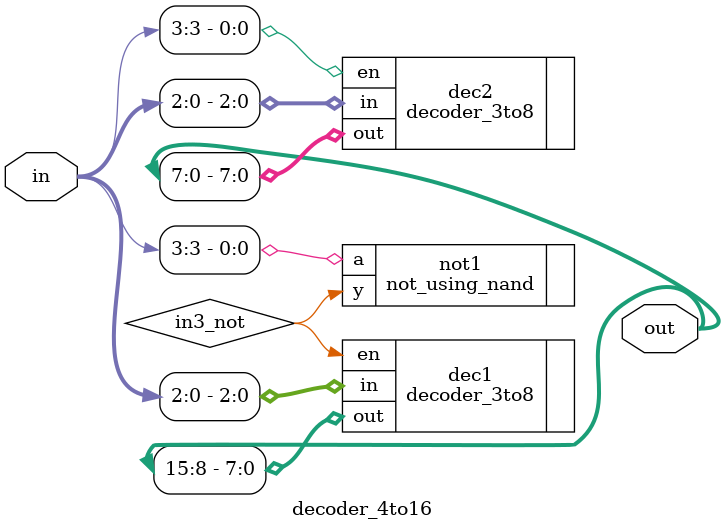
<source format=v>
`include "decoder_3to8.v"

module decoder_4to16 (
    input  [ 3:0] in,
    output [15:0] out
);
  wire in3_not;
  not_using_nand not1 (
      .a(in[3]),
      .y(in3_not)
  );

  wire [7:0] dec1_op;
  decoder_3to8 dec1 (
      .in (in[2:0]),
      .en (in3_not),
      .out(out[15:8])
  );
  decoder_3to8 dec2 (
      .in (in[2:0]),
      .en (in[3]),
      .out(out[7:0])
  );
endmodule

</source>
